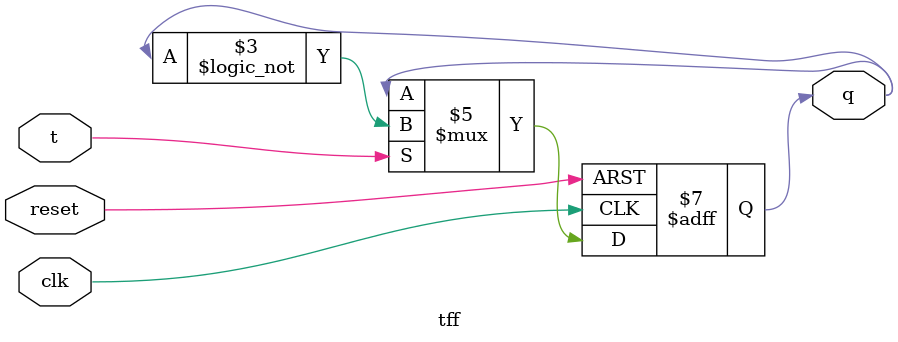
<source format=v>
module tff(t,clk,reset,q);
input t, clk, reset;
output q;
reg q;

always@(posedge clk or posedge reset)
begin
	if(reset)
 		q <= 1'b0;
	else if(t==1)
		q <= !q;
	else
		q <= q;
end
endmodule

</source>
